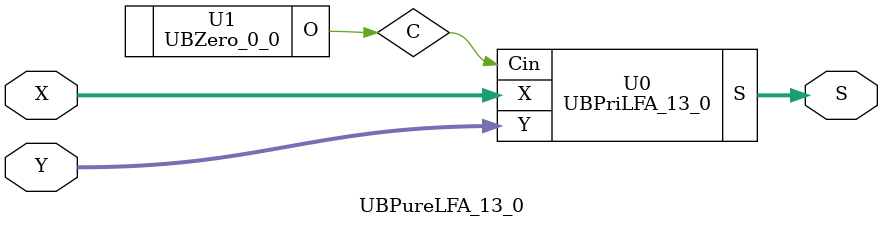
<source format=v>
/*----------------------------------------------------------------------------
  Copyright (c) 2021 Homma laboratory. All rights reserved.

  Top module: UBLFA_13_0_13_0

  Operand-1 length: 14
  Operand-2 length: 14
  Two-operand addition algorithm: Ladner-Fischer adder
----------------------------------------------------------------------------*/

module GPGenerator(Go, Po, A, B);
  output Go;
  output Po;
  input A;
  input B;
  assign Go = A & B;
  assign Po = A ^ B;
endmodule

module CarryOperator(Go, Po, Gi1, Pi1, Gi2, Pi2);
  output Go;
  output Po;
  input Gi1;
  input Gi2;
  input Pi1;
  input Pi2;
  assign Go = Gi1 | ( Gi2 & Pi1 );
  assign Po = Pi1 & Pi2;
endmodule

module UBPriLFA_13_0(S, X, Y, Cin);
  output [14:0] S;
  input Cin;
  input [13:0] X;
  input [13:0] Y;
  wire [13:0] G0;
  wire [13:0] G1;
  wire [13:0] G2;
  wire [13:0] G3;
  wire [13:0] G4;
  wire [13:0] P0;
  wire [13:0] P1;
  wire [13:0] P2;
  wire [13:0] P3;
  wire [13:0] P4;
  assign P1[0] = P0[0];
  assign G1[0] = G0[0];
  assign P1[2] = P0[2];
  assign G1[2] = G0[2];
  assign P1[4] = P0[4];
  assign G1[4] = G0[4];
  assign P1[6] = P0[6];
  assign G1[6] = G0[6];
  assign P1[8] = P0[8];
  assign G1[8] = G0[8];
  assign P1[10] = P0[10];
  assign G1[10] = G0[10];
  assign P1[12] = P0[12];
  assign G1[12] = G0[12];
  assign P2[0] = P1[0];
  assign G2[0] = G1[0];
  assign P2[1] = P1[1];
  assign G2[1] = G1[1];
  assign P2[4] = P1[4];
  assign G2[4] = G1[4];
  assign P2[5] = P1[5];
  assign G2[5] = G1[5];
  assign P2[8] = P1[8];
  assign G2[8] = G1[8];
  assign P2[9] = P1[9];
  assign G2[9] = G1[9];
  assign P2[12] = P1[12];
  assign G2[12] = G1[12];
  assign P2[13] = P1[13];
  assign G2[13] = G1[13];
  assign P3[0] = P2[0];
  assign G3[0] = G2[0];
  assign P3[1] = P2[1];
  assign G3[1] = G2[1];
  assign P3[2] = P2[2];
  assign G3[2] = G2[2];
  assign P3[3] = P2[3];
  assign G3[3] = G2[3];
  assign P3[8] = P2[8];
  assign G3[8] = G2[8];
  assign P3[9] = P2[9];
  assign G3[9] = G2[9];
  assign P3[10] = P2[10];
  assign G3[10] = G2[10];
  assign P3[11] = P2[11];
  assign G3[11] = G2[11];
  assign P4[0] = P3[0];
  assign G4[0] = G3[0];
  assign P4[1] = P3[1];
  assign G4[1] = G3[1];
  assign P4[2] = P3[2];
  assign G4[2] = G3[2];
  assign P4[3] = P3[3];
  assign G4[3] = G3[3];
  assign P4[4] = P3[4];
  assign G4[4] = G3[4];
  assign P4[5] = P3[5];
  assign G4[5] = G3[5];
  assign P4[6] = P3[6];
  assign G4[6] = G3[6];
  assign P4[7] = P3[7];
  assign G4[7] = G3[7];
  assign S[0] = Cin ^ P0[0];
  assign S[1] = ( G4[0] | ( P4[0] & Cin ) ) ^ P0[1];
  assign S[2] = ( G4[1] | ( P4[1] & Cin ) ) ^ P0[2];
  assign S[3] = ( G4[2] | ( P4[2] & Cin ) ) ^ P0[3];
  assign S[4] = ( G4[3] | ( P4[3] & Cin ) ) ^ P0[4];
  assign S[5] = ( G4[4] | ( P4[4] & Cin ) ) ^ P0[5];
  assign S[6] = ( G4[5] | ( P4[5] & Cin ) ) ^ P0[6];
  assign S[7] = ( G4[6] | ( P4[6] & Cin ) ) ^ P0[7];
  assign S[8] = ( G4[7] | ( P4[7] & Cin ) ) ^ P0[8];
  assign S[9] = ( G4[8] | ( P4[8] & Cin ) ) ^ P0[9];
  assign S[10] = ( G4[9] | ( P4[9] & Cin ) ) ^ P0[10];
  assign S[11] = ( G4[10] | ( P4[10] & Cin ) ) ^ P0[11];
  assign S[12] = ( G4[11] | ( P4[11] & Cin ) ) ^ P0[12];
  assign S[13] = ( G4[12] | ( P4[12] & Cin ) ) ^ P0[13];
  assign S[14] = G4[13] | ( P4[13] & Cin );
  GPGenerator U0 (G0[0], P0[0], X[0], Y[0]);
  GPGenerator U1 (G0[1], P0[1], X[1], Y[1]);
  GPGenerator U2 (G0[2], P0[2], X[2], Y[2]);
  GPGenerator U3 (G0[3], P0[3], X[3], Y[3]);
  GPGenerator U4 (G0[4], P0[4], X[4], Y[4]);
  GPGenerator U5 (G0[5], P0[5], X[5], Y[5]);
  GPGenerator U6 (G0[6], P0[6], X[6], Y[6]);
  GPGenerator U7 (G0[7], P0[7], X[7], Y[7]);
  GPGenerator U8 (G0[8], P0[8], X[8], Y[8]);
  GPGenerator U9 (G0[9], P0[9], X[9], Y[9]);
  GPGenerator U10 (G0[10], P0[10], X[10], Y[10]);
  GPGenerator U11 (G0[11], P0[11], X[11], Y[11]);
  GPGenerator U12 (G0[12], P0[12], X[12], Y[12]);
  GPGenerator U13 (G0[13], P0[13], X[13], Y[13]);
  CarryOperator U14 (G1[1], P1[1], G0[1], P0[1], G0[0], P0[0]);
  CarryOperator U15 (G1[3], P1[3], G0[3], P0[3], G0[2], P0[2]);
  CarryOperator U16 (G1[5], P1[5], G0[5], P0[5], G0[4], P0[4]);
  CarryOperator U17 (G1[7], P1[7], G0[7], P0[7], G0[6], P0[6]);
  CarryOperator U18 (G1[9], P1[9], G0[9], P0[9], G0[8], P0[8]);
  CarryOperator U19 (G1[11], P1[11], G0[11], P0[11], G0[10], P0[10]);
  CarryOperator U20 (G1[13], P1[13], G0[13], P0[13], G0[12], P0[12]);
  CarryOperator U21 (G2[2], P2[2], G1[2], P1[2], G1[1], P1[1]);
  CarryOperator U22 (G2[3], P2[3], G1[3], P1[3], G1[1], P1[1]);
  CarryOperator U23 (G2[6], P2[6], G1[6], P1[6], G1[5], P1[5]);
  CarryOperator U24 (G2[7], P2[7], G1[7], P1[7], G1[5], P1[5]);
  CarryOperator U25 (G2[10], P2[10], G1[10], P1[10], G1[9], P1[9]);
  CarryOperator U26 (G2[11], P2[11], G1[11], P1[11], G1[9], P1[9]);
  CarryOperator U27 (G3[4], P3[4], G2[4], P2[4], G2[3], P2[3]);
  CarryOperator U28 (G3[5], P3[5], G2[5], P2[5], G2[3], P2[3]);
  CarryOperator U29 (G3[6], P3[6], G2[6], P2[6], G2[3], P2[3]);
  CarryOperator U30 (G3[7], P3[7], G2[7], P2[7], G2[3], P2[3]);
  CarryOperator U31 (G3[12], P3[12], G2[12], P2[12], G2[11], P2[11]);
  CarryOperator U32 (G3[13], P3[13], G2[13], P2[13], G2[11], P2[11]);
  CarryOperator U33 (G4[8], P4[8], G3[8], P3[8], G3[7], P3[7]);
  CarryOperator U34 (G4[9], P4[9], G3[9], P3[9], G3[7], P3[7]);
  CarryOperator U35 (G4[10], P4[10], G3[10], P3[10], G3[7], P3[7]);
  CarryOperator U36 (G4[11], P4[11], G3[11], P3[11], G3[7], P3[7]);
  CarryOperator U37 (G4[12], P4[12], G3[12], P3[12], G3[7], P3[7]);
  CarryOperator U38 (G4[13], P4[13], G3[13], P3[13], G3[7], P3[7]);
endmodule

module UBZero_0_0(O);
  output [0:0] O;
  assign O[0] = 0;
endmodule

module UBLFA_13_0_13_0 (S, X, Y);
  output [14:0] S;
  input [13:0] X;
  input [13:0] Y;
  UBPureLFA_13_0 U0 (S[14:0], X[13:0], Y[13:0]);
endmodule

module UBPureLFA_13_0 (S, X, Y);
  output [14:0] S;
  input [13:0] X;
  input [13:0] Y;
  wire C;
  UBPriLFA_13_0 U0 (S, X, Y, C);
  UBZero_0_0 U1 (C);
endmodule


</source>
